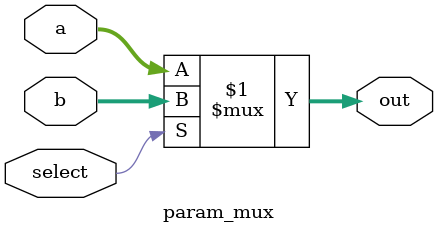
<source format=v>
`timescale 1ns / 1ps

module param_mux(select, a, b, out);

	parameter n=4;

	input[n-1:0]	 a,b;
	input select;
	output[n-1:0]     out; //declare outputs c_out and sum, one bit each
	
	assign out = select ? b:a;

endmodule
</source>
